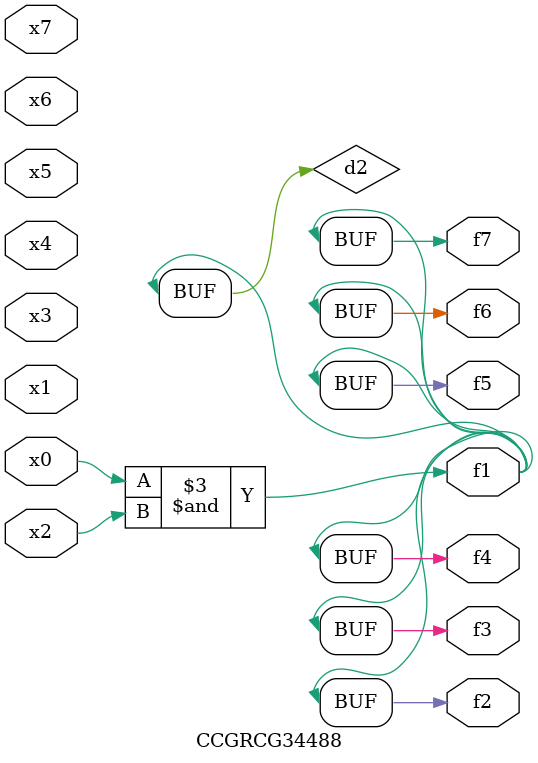
<source format=v>
module CCGRCG34488(
	input x0, x1, x2, x3, x4, x5, x6, x7,
	output f1, f2, f3, f4, f5, f6, f7
);

	wire d1, d2;

	nor (d1, x3, x6);
	and (d2, x0, x2);
	assign f1 = d2;
	assign f2 = d2;
	assign f3 = d2;
	assign f4 = d2;
	assign f5 = d2;
	assign f6 = d2;
	assign f7 = d2;
endmodule

</source>
